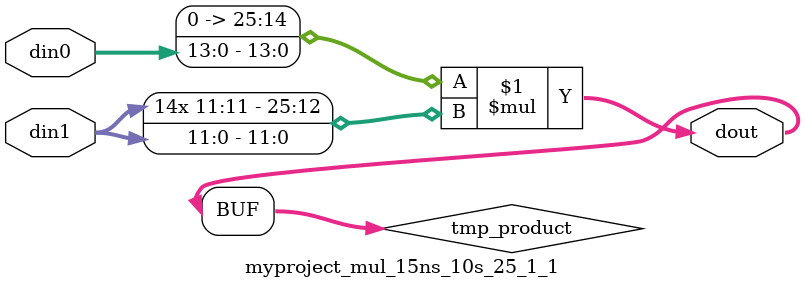
<source format=v>

`timescale 1 ns / 1 ps

  module myproject_mul_15ns_10s_25_1_1(din0, din1, dout);
parameter ID = 1;
parameter NUM_STAGE = 0;
parameter din0_WIDTH = 14;
parameter din1_WIDTH = 12;
parameter dout_WIDTH = 26;

input [din0_WIDTH - 1 : 0] din0; 
input [din1_WIDTH - 1 : 0] din1; 
output [dout_WIDTH - 1 : 0] dout;

wire signed [dout_WIDTH - 1 : 0] tmp_product;











assign tmp_product = $signed({1'b0, din0}) * $signed(din1);










assign dout = tmp_product;







endmodule

</source>
